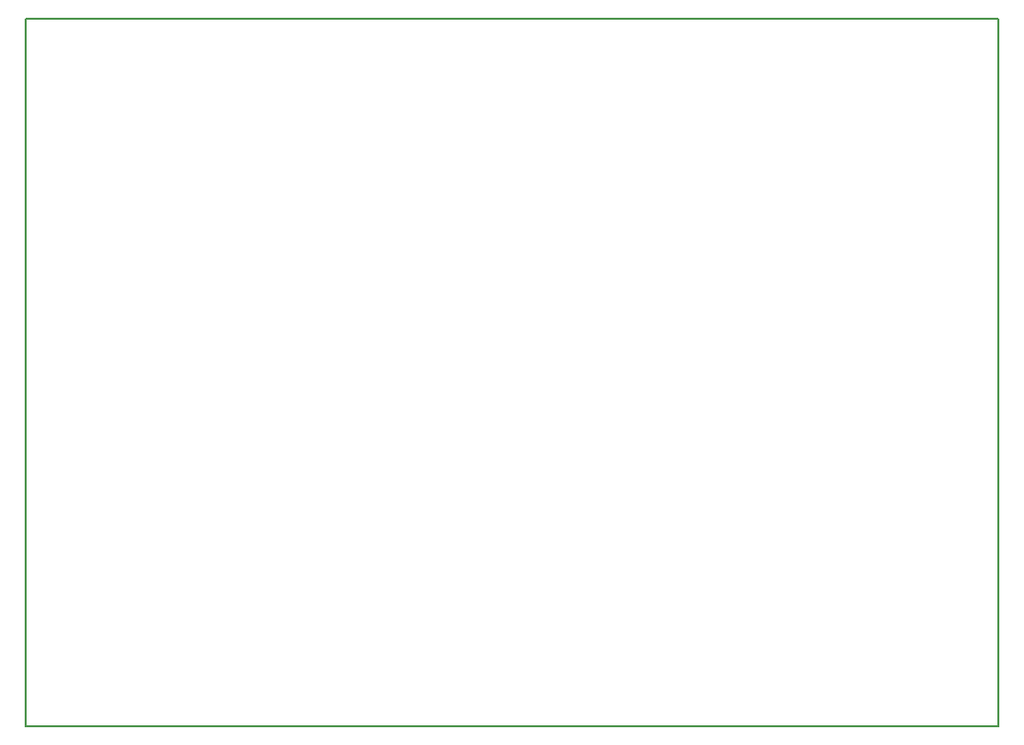
<source format=gm1>
G04 MADE WITH FRITZING*
G04 WWW.FRITZING.ORG*
G04 DOUBLE SIDED*
G04 HOLES PLATED*
G04 CONTOUR ON CENTER OF CONTOUR VECTOR*
%ASAXBY*%
%FSLAX23Y23*%
%MOIN*%
%OFA0B0*%
%SFA1.0B1.0*%
%ADD10R,3.292560X2.395540*%
%ADD11C,0.008000*%
%ADD10C,0.008*%
%LNCONTOUR*%
G90*
G70*
G54D10*
G54D11*
X4Y2392D02*
X3289Y2392D01*
X3289Y4D01*
X4Y4D01*
X4Y2392D01*
D02*
G04 End of contour*
M02*
</source>
